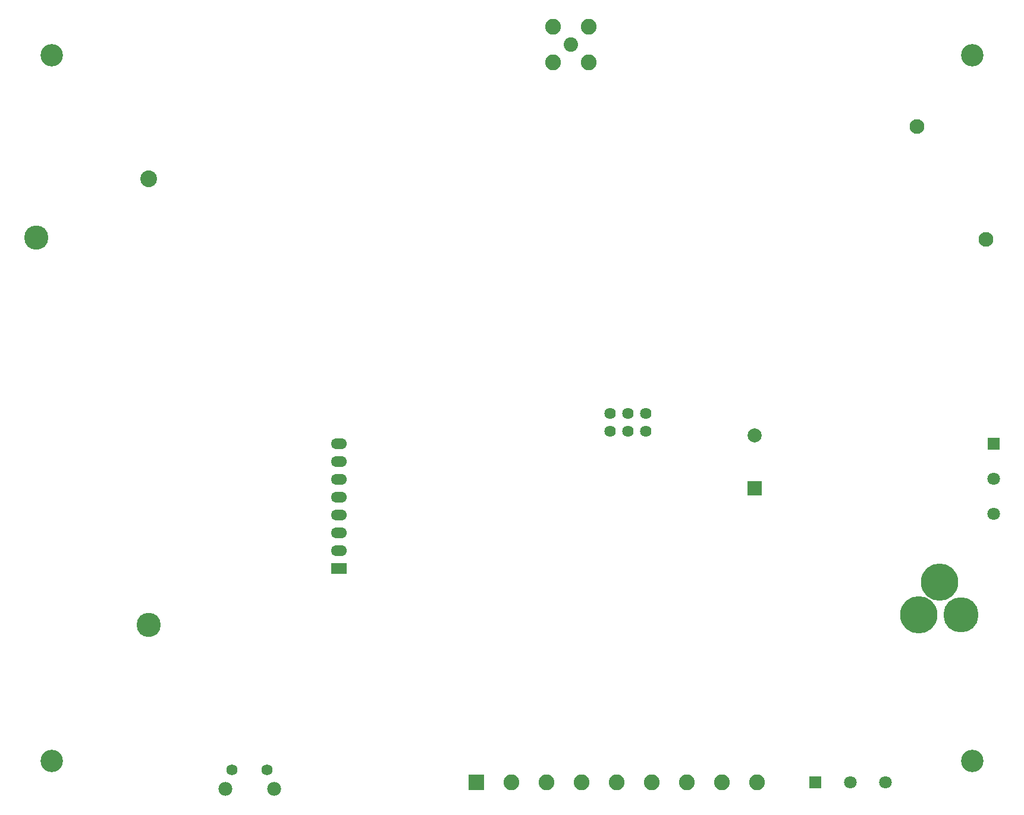
<source format=gbs>
G04 #@! TF.GenerationSoftware,KiCad,Pcbnew,(5.1.4)-1*
G04 #@! TF.CreationDate,2020-01-12T22:13:26+01:00*
G04 #@! TF.ProjectId,Project2.1,50726f6a-6563-4743-922e-312e6b696361,1.0*
G04 #@! TF.SameCoordinates,Original*
G04 #@! TF.FileFunction,Soldermask,Bot*
G04 #@! TF.FilePolarity,Negative*
%FSLAX46Y46*%
G04 Gerber Fmt 4.6, Leading zero omitted, Abs format (unit mm)*
G04 Created by KiCad (PCBNEW (5.1.4)-1) date 2020-01-12 22:13:26*
%MOMM*%
%LPD*%
G04 APERTURE LIST*
%ADD10C,3.450000*%
%ADD11C,2.390000*%
%ADD12C,3.200000*%
%ADD13C,2.050000*%
%ADD14C,2.250000*%
%ADD15C,2.100000*%
%ADD16C,5.300000*%
%ADD17C,5.000000*%
%ADD18R,2.000000X2.000000*%
%ADD19C,2.000000*%
%ADD20C,1.625600*%
%ADD21R,2.250000X2.250000*%
%ADD22C,1.800000*%
%ADD23R,1.800000X1.800000*%
%ADD24R,2.286000X1.524000*%
%ADD25O,2.286000X1.524000*%
%ADD26C,1.582000*%
%ADD27C,1.980000*%
G04 APERTURE END LIST*
D10*
X80390000Y-125858000D03*
X64390000Y-70658000D03*
D11*
X80390000Y-62328000D03*
D12*
X197612000Y-145288000D03*
X66548000Y-145288000D03*
X66548000Y-44704000D03*
X197612000Y-44704000D03*
D13*
X140462000Y-43180000D03*
D14*
X143002000Y-45720000D03*
X143002000Y-40640000D03*
X137922000Y-40640000D03*
X137922000Y-45720000D03*
D15*
X199538000Y-70914000D03*
X189738000Y-54864000D03*
D16*
X189992000Y-124460000D03*
D17*
X195992000Y-124460000D03*
D16*
X192992000Y-119760000D03*
D18*
X166624000Y-106426000D03*
D19*
X166624000Y-98826000D03*
D20*
X148590000Y-95758000D03*
X148590000Y-98298000D03*
X151130000Y-98298000D03*
X151130000Y-95758000D03*
X146050000Y-95758000D03*
X146050000Y-98298000D03*
D21*
X127000000Y-148336000D03*
D14*
X132000000Y-148336000D03*
X137000000Y-148336000D03*
X142000000Y-148336000D03*
X147000000Y-148336000D03*
X152000000Y-148336000D03*
X157000000Y-148336000D03*
X162000000Y-148336000D03*
X167000000Y-148336000D03*
D22*
X185260000Y-148336000D03*
X180260000Y-148336000D03*
D23*
X175260000Y-148336000D03*
D24*
X107442000Y-117856000D03*
D25*
X107442000Y-115316000D03*
X107442000Y-112776000D03*
X107442000Y-110236000D03*
X107442000Y-107696000D03*
X107442000Y-105156000D03*
X107442000Y-102616000D03*
X107442000Y-100076000D03*
D26*
X92242000Y-146511000D03*
X97242000Y-146511000D03*
D27*
X91242000Y-149211000D03*
X98242000Y-149211000D03*
D23*
X200660000Y-100076000D03*
D22*
X200660000Y-105076000D03*
X200660000Y-110076000D03*
M02*

</source>
